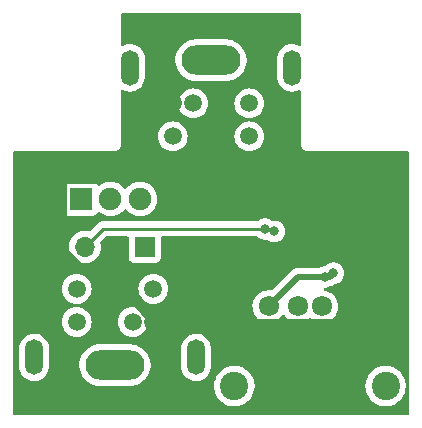
<source format=gbr>
%TF.GenerationSoftware,KiCad,Pcbnew,(6.0.6-0)*%
%TF.CreationDate,2022-10-23T05:24:33+09:00*%
%TF.ProjectId,KU88,4b553838-2e6b-4696-9361-645f70636258,rev?*%
%TF.SameCoordinates,Original*%
%TF.FileFunction,Copper,L2,Bot*%
%TF.FilePolarity,Positive*%
%FSLAX46Y46*%
G04 Gerber Fmt 4.6, Leading zero omitted, Abs format (unit mm)*
G04 Created by KiCad (PCBNEW (6.0.6-0)) date 2022-10-23 05:24:33*
%MOMM*%
%LPD*%
G01*
G04 APERTURE LIST*
%TA.AperFunction,ComponentPad*%
%ADD10R,1.900000X1.900000*%
%TD*%
%TA.AperFunction,ComponentPad*%
%ADD11C,1.900000*%
%TD*%
%TA.AperFunction,ComponentPad*%
%ADD12C,1.720000*%
%TD*%
%TA.AperFunction,ComponentPad*%
%ADD13C,2.400000*%
%TD*%
%TA.AperFunction,ComponentPad*%
%ADD14O,1.700000X1.700000*%
%TD*%
%TA.AperFunction,ComponentPad*%
%ADD15R,1.700000X1.700000*%
%TD*%
%TA.AperFunction,ComponentPad*%
%ADD16O,1.500000X3.000000*%
%TD*%
%TA.AperFunction,ComponentPad*%
%ADD17O,5.000000X2.500000*%
%TD*%
%TA.AperFunction,ComponentPad*%
%ADD18C,1.500000*%
%TD*%
%TA.AperFunction,ViaPad*%
%ADD19C,0.800000*%
%TD*%
%TA.AperFunction,Conductor*%
%ADD20C,0.250000*%
%TD*%
%TA.AperFunction,Conductor*%
%ADD21C,0.500000*%
%TD*%
G04 APERTURE END LIST*
D10*
%TO.P,SW1,1,A*%
%TO.N,/RXD1*%
X103792000Y-131572000D03*
D11*
%TO.P,SW1,2,B*%
%TO.N,/RXD*%
X106292000Y-131572000D03*
%TO.P,SW1,3,C*%
%TO.N,/RX1*%
X108792000Y-131572000D03*
%TD*%
D12*
%TO.P,J4,1,VBUS*%
%TO.N,+5V*%
X119690000Y-140675000D03*
%TO.P,J4,2,D-*%
%TO.N,/D-*%
X122190000Y-140675000D03*
%TO.P,J4,3,D+*%
%TO.N,/D+*%
X124190000Y-140675000D03*
%TO.P,J4,4,GND*%
%TO.N,GND*%
X126690000Y-140675000D03*
D13*
%TO.P,J4,SH*%
%TO.N,N/C*%
X116790000Y-147425000D03*
X129590000Y-147425000D03*
%TD*%
D14*
%TO.P,J3,3,Pin_3*%
%TO.N,/TX*%
X104125000Y-135636000D03*
%TO.P,J3,2,Pin_2*%
%TO.N,GND*%
X106665000Y-135636000D03*
D15*
%TO.P,J3,1,Pin_1*%
%TO.N,/BOOT*%
X109205000Y-135636000D03*
%TD*%
D16*
%TO.P,J2,*%
%TO.N,*%
X113530000Y-144995000D03*
D17*
X106680000Y-145645000D03*
D16*
X99830000Y-144995000D03*
D18*
%TO.P,J2,1*%
%TO.N,+5V*%
X108180000Y-141995000D03*
%TO.P,J2,2*%
%TO.N,GND*%
X109930000Y-141995000D03*
%TO.P,J2,3*%
%TO.N,/RXD1*%
X103430000Y-141995000D03*
%TO.P,J2,4*%
%TO.N,unconnected-(J2-Pad4)*%
X109930000Y-139195000D03*
%TO.P,J2,5*%
%TO.N,unconnected-(J2-Pad5)*%
X103430000Y-139195000D03*
%TD*%
D16*
%TO.P,J1,*%
%TO.N,*%
X107958000Y-120480000D03*
D17*
X114808000Y-119830000D03*
D16*
X121658000Y-120480000D03*
D18*
%TO.P,J1,1*%
%TO.N,+5V*%
X113308000Y-123480000D03*
%TO.P,J1,2*%
%TO.N,GND*%
X111558000Y-123480000D03*
%TO.P,J1,3*%
%TO.N,/RXD*%
X118058000Y-123480000D03*
%TO.P,J1,4*%
%TO.N,unconnected-(J1-Pad4)*%
X111558000Y-126280000D03*
%TO.P,J1,5*%
%TO.N,unconnected-(J1-Pad5)*%
X118058000Y-126280000D03*
%TD*%
D19*
%TO.N,/TX*%
X120179332Y-134328668D03*
X119380000Y-134112000D03*
%TO.N,+5V*%
X125165500Y-137865500D03*
X124460000Y-138176000D03*
%TD*%
D20*
%TO.N,/TX*%
X119380000Y-134112000D02*
X105649000Y-134112000D01*
X105649000Y-134112000D02*
X104125000Y-135636000D01*
X119380000Y-134112000D02*
X119962664Y-134112000D01*
X119962664Y-134112000D02*
X120179332Y-134328668D01*
D21*
%TO.N,GND*%
X111558000Y-123480000D02*
X104990000Y-130048000D01*
X102392000Y-135920000D02*
X104140000Y-137668000D01*
X104990000Y-130048000D02*
X102516000Y-130048000D01*
X102392000Y-130172000D02*
X102392000Y-135920000D01*
X102516000Y-130048000D02*
X102392000Y-130172000D01*
X104140000Y-137668000D02*
X104633000Y-137668000D01*
X104633000Y-137668000D02*
X106665000Y-135636000D01*
%TO.N,+5V*%
X124460000Y-138176000D02*
X124855000Y-138176000D01*
X124855000Y-138176000D02*
X125165500Y-137865500D01*
X119690000Y-140675000D02*
X122189000Y-138176000D01*
X122189000Y-138176000D02*
X124460000Y-138176000D01*
%TO.N,GND*%
X109930000Y-141995000D02*
X125370000Y-141995000D01*
X125370000Y-141995000D02*
X126690000Y-140675000D01*
X106665000Y-135636000D02*
X106665000Y-138730000D01*
X106665000Y-138730000D02*
X109930000Y-141995000D01*
%TD*%
%TA.AperFunction,Conductor*%
%TO.N,GND*%
G36*
X122369621Y-115844502D02*
G01*
X122416114Y-115898158D01*
X122427500Y-115950500D01*
X122427500Y-118500364D01*
X122407498Y-118568485D01*
X122353842Y-118614978D01*
X122283568Y-118625082D01*
X122250855Y-118615737D01*
X122066180Y-118534670D01*
X122066167Y-118534665D01*
X122061033Y-118532412D01*
X122055582Y-118531103D01*
X122055578Y-118531102D01*
X121848046Y-118481278D01*
X121848045Y-118481278D01*
X121842589Y-118479968D01*
X121758525Y-118475121D01*
X121623917Y-118467360D01*
X121623914Y-118467360D01*
X121618310Y-118467037D01*
X121395285Y-118494025D01*
X121180565Y-118560082D01*
X121175585Y-118562652D01*
X121175581Y-118562654D01*
X120985919Y-118660546D01*
X120980936Y-118663118D01*
X120802708Y-118799877D01*
X120651515Y-118966036D01*
X120648537Y-118970783D01*
X120648535Y-118970786D01*
X120643183Y-118979318D01*
X120532136Y-119156344D01*
X120448344Y-119364783D01*
X120402787Y-119584767D01*
X120399500Y-119641775D01*
X120399500Y-121286999D01*
X120399749Y-121289786D01*
X120399749Y-121289792D01*
X120406009Y-121359929D01*
X120414383Y-121453762D01*
X120415864Y-121459176D01*
X120415865Y-121459181D01*
X120445392Y-121567110D01*
X120473663Y-121670451D01*
X120570378Y-121873218D01*
X120701471Y-122055654D01*
X120862799Y-122211992D01*
X121049262Y-122337290D01*
X121254967Y-122427588D01*
X121260418Y-122428897D01*
X121260422Y-122428898D01*
X121467954Y-122478722D01*
X121473411Y-122480032D01*
X121557475Y-122484879D01*
X121692083Y-122492640D01*
X121692086Y-122492640D01*
X121697690Y-122492963D01*
X121920715Y-122465975D01*
X122135435Y-122399918D01*
X122140415Y-122397348D01*
X122140419Y-122397346D01*
X122241794Y-122345022D01*
X122243711Y-122344033D01*
X122313417Y-122330564D01*
X122379341Y-122356919D01*
X122420550Y-122414732D01*
X122427500Y-122455999D01*
X122427500Y-126991377D01*
X122427498Y-126992147D01*
X122427024Y-127069721D01*
X122429491Y-127078352D01*
X122435150Y-127098153D01*
X122438728Y-127114915D01*
X122442920Y-127144187D01*
X122446634Y-127152355D01*
X122446634Y-127152356D01*
X122453548Y-127167562D01*
X122459996Y-127185086D01*
X122467051Y-127209771D01*
X122471843Y-127217365D01*
X122471844Y-127217368D01*
X122482830Y-127234780D01*
X122490969Y-127249863D01*
X122503208Y-127276782D01*
X122509069Y-127283584D01*
X122519970Y-127296235D01*
X122531073Y-127311239D01*
X122544776Y-127332958D01*
X122551501Y-127338897D01*
X122551504Y-127338901D01*
X122566938Y-127352532D01*
X122578982Y-127364724D01*
X122592427Y-127380327D01*
X122592430Y-127380329D01*
X122598287Y-127387127D01*
X122605816Y-127392007D01*
X122605817Y-127392008D01*
X122619835Y-127401094D01*
X122634709Y-127412385D01*
X122647217Y-127423431D01*
X122653951Y-127429378D01*
X122680711Y-127441942D01*
X122695691Y-127450263D01*
X122712983Y-127461471D01*
X122712988Y-127461473D01*
X122720515Y-127466352D01*
X122729108Y-127468922D01*
X122729113Y-127468924D01*
X122745120Y-127473711D01*
X122762564Y-127480372D01*
X122777676Y-127487467D01*
X122777678Y-127487468D01*
X122785800Y-127491281D01*
X122794667Y-127492662D01*
X122794668Y-127492662D01*
X122797353Y-127493080D01*
X122815017Y-127495830D01*
X122831732Y-127499613D01*
X122851466Y-127505515D01*
X122851472Y-127505516D01*
X122860066Y-127508086D01*
X122869037Y-127508141D01*
X122869038Y-127508141D01*
X122879097Y-127508202D01*
X122894506Y-127508296D01*
X122895289Y-127508329D01*
X122896386Y-127508500D01*
X122927377Y-127508500D01*
X122928147Y-127508502D01*
X123001785Y-127508952D01*
X123001786Y-127508952D01*
X123005721Y-127508976D01*
X123007065Y-127508592D01*
X123008410Y-127508500D01*
X131445500Y-127508500D01*
X131513621Y-127528502D01*
X131560114Y-127582158D01*
X131571500Y-127634500D01*
X131571500Y-149733500D01*
X131551498Y-149801621D01*
X131497842Y-149848114D01*
X131445500Y-149859500D01*
X98170500Y-149859500D01*
X98102379Y-149839498D01*
X98055886Y-149785842D01*
X98044500Y-149733500D01*
X98044500Y-145801999D01*
X98571500Y-145801999D01*
X98571749Y-145804786D01*
X98571749Y-145804792D01*
X98574576Y-145836464D01*
X98586383Y-145968762D01*
X98587864Y-145974176D01*
X98587865Y-145974181D01*
X98613770Y-146068872D01*
X98645663Y-146185451D01*
X98648075Y-146190509D01*
X98648077Y-146190513D01*
X98686556Y-146271185D01*
X98742378Y-146388218D01*
X98873471Y-146570654D01*
X98877503Y-146574561D01*
X99029649Y-146722001D01*
X99034799Y-146726992D01*
X99221262Y-146852290D01*
X99426967Y-146942588D01*
X99432418Y-146943897D01*
X99432422Y-146943898D01*
X99639954Y-146993722D01*
X99645411Y-146995032D01*
X99729475Y-146999879D01*
X99864083Y-147007640D01*
X99864086Y-147007640D01*
X99869690Y-147007963D01*
X100092715Y-146980975D01*
X100307435Y-146914918D01*
X100312415Y-146912348D01*
X100312419Y-146912346D01*
X100502081Y-146814454D01*
X100502082Y-146814454D01*
X100507064Y-146811882D01*
X100685292Y-146675123D01*
X100836485Y-146508964D01*
X100842154Y-146499928D01*
X100952885Y-146323405D01*
X100955864Y-146318656D01*
X101039656Y-146110217D01*
X101085213Y-145890233D01*
X101088500Y-145833225D01*
X101088500Y-145752655D01*
X103669858Y-145752655D01*
X103705104Y-146011638D01*
X103706412Y-146016124D01*
X103706412Y-146016126D01*
X103720130Y-146063189D01*
X103778243Y-146262567D01*
X103887668Y-146499928D01*
X103911197Y-146535816D01*
X104028410Y-146714596D01*
X104028414Y-146714601D01*
X104030976Y-146718509D01*
X104205018Y-146913506D01*
X104405970Y-147080637D01*
X104409973Y-147083066D01*
X104625422Y-147213804D01*
X104625426Y-147213806D01*
X104629419Y-147216229D01*
X104870455Y-147317303D01*
X105123783Y-147381641D01*
X105128434Y-147382109D01*
X105128438Y-147382110D01*
X105321308Y-147401531D01*
X105340867Y-147403500D01*
X107996354Y-147403500D01*
X107998679Y-147403327D01*
X107998685Y-147403327D01*
X108186000Y-147389407D01*
X108186004Y-147389406D01*
X108190652Y-147389061D01*
X108195200Y-147388032D01*
X108195206Y-147388031D01*
X108230030Y-147380151D01*
X115077296Y-147380151D01*
X115077520Y-147384817D01*
X115077520Y-147384822D01*
X115079299Y-147421851D01*
X115089480Y-147633798D01*
X115139021Y-147882857D01*
X115140600Y-147887255D01*
X115140602Y-147887262D01*
X115185022Y-148010980D01*
X115224831Y-148121858D01*
X115345025Y-148345551D01*
X115347820Y-148349294D01*
X115347822Y-148349297D01*
X115494171Y-148545282D01*
X115494176Y-148545288D01*
X115496963Y-148549020D01*
X115500272Y-148552300D01*
X115500277Y-148552306D01*
X115598859Y-148650031D01*
X115677307Y-148727797D01*
X115681069Y-148730555D01*
X115681072Y-148730558D01*
X115786764Y-148808054D01*
X115882094Y-148877953D01*
X115886229Y-148880129D01*
X115886233Y-148880131D01*
X116004289Y-148942243D01*
X116106827Y-148996191D01*
X116346568Y-149079912D01*
X116596050Y-149127278D01*
X116716532Y-149132011D01*
X116845125Y-149137064D01*
X116845130Y-149137064D01*
X116849793Y-149137247D01*
X116948774Y-149126407D01*
X117097569Y-149110112D01*
X117097575Y-149110111D01*
X117102222Y-149109602D01*
X117211680Y-149080784D01*
X117343273Y-149046138D01*
X117347793Y-149044948D01*
X117466353Y-148994011D01*
X117576807Y-148946557D01*
X117576810Y-148946555D01*
X117581110Y-148944708D01*
X117585090Y-148942245D01*
X117585094Y-148942243D01*
X117793064Y-148813547D01*
X117793066Y-148813545D01*
X117797047Y-148811082D01*
X117895428Y-148727797D01*
X117987289Y-148650031D01*
X117987291Y-148650029D01*
X117990862Y-148647006D01*
X118158295Y-148456084D01*
X118295669Y-148242512D01*
X118399967Y-148010980D01*
X118468896Y-147766575D01*
X118500943Y-147514667D01*
X118503291Y-147425000D01*
X118499958Y-147380151D01*
X127877296Y-147380151D01*
X127877520Y-147384817D01*
X127877520Y-147384822D01*
X127879299Y-147421851D01*
X127889480Y-147633798D01*
X127939021Y-147882857D01*
X127940600Y-147887255D01*
X127940602Y-147887262D01*
X127985022Y-148010980D01*
X128024831Y-148121858D01*
X128145025Y-148345551D01*
X128147820Y-148349294D01*
X128147822Y-148349297D01*
X128294171Y-148545282D01*
X128294176Y-148545288D01*
X128296963Y-148549020D01*
X128300272Y-148552300D01*
X128300277Y-148552306D01*
X128398859Y-148650031D01*
X128477307Y-148727797D01*
X128481069Y-148730555D01*
X128481072Y-148730558D01*
X128586764Y-148808054D01*
X128682094Y-148877953D01*
X128686229Y-148880129D01*
X128686233Y-148880131D01*
X128804289Y-148942243D01*
X128906827Y-148996191D01*
X129146568Y-149079912D01*
X129396050Y-149127278D01*
X129516532Y-149132011D01*
X129645125Y-149137064D01*
X129645130Y-149137064D01*
X129649793Y-149137247D01*
X129748774Y-149126407D01*
X129897569Y-149110112D01*
X129897575Y-149110111D01*
X129902222Y-149109602D01*
X130011680Y-149080784D01*
X130143273Y-149046138D01*
X130147793Y-149044948D01*
X130266353Y-148994011D01*
X130376807Y-148946557D01*
X130376810Y-148946555D01*
X130381110Y-148944708D01*
X130385090Y-148942245D01*
X130385094Y-148942243D01*
X130593064Y-148813547D01*
X130593066Y-148813545D01*
X130597047Y-148811082D01*
X130695428Y-148727797D01*
X130787289Y-148650031D01*
X130787291Y-148650029D01*
X130790862Y-148647006D01*
X130958295Y-148456084D01*
X131095669Y-148242512D01*
X131199967Y-148010980D01*
X131268896Y-147766575D01*
X131300943Y-147514667D01*
X131303291Y-147425000D01*
X131295288Y-147317303D01*
X131284818Y-147176411D01*
X131284817Y-147176407D01*
X131284472Y-147171759D01*
X131269808Y-147106951D01*
X131233847Y-146948029D01*
X131228428Y-146924082D01*
X131162584Y-146754763D01*
X131138084Y-146691762D01*
X131138083Y-146691760D01*
X131136391Y-146687409D01*
X131115866Y-146651498D01*
X131012702Y-146470997D01*
X131012700Y-146470995D01*
X131010383Y-146466940D01*
X130853171Y-146267517D01*
X130691498Y-146115431D01*
X130671610Y-146096722D01*
X130671608Y-146096720D01*
X130668209Y-146093523D01*
X130608413Y-146052041D01*
X130463393Y-145951437D01*
X130463390Y-145951435D01*
X130459561Y-145948779D01*
X130455384Y-145946719D01*
X130455377Y-145946715D01*
X130235996Y-145838528D01*
X130235992Y-145838527D01*
X130231810Y-145836464D01*
X129989960Y-145759047D01*
X129985355Y-145758297D01*
X129743935Y-145718980D01*
X129743934Y-145718980D01*
X129739323Y-145718229D01*
X129612364Y-145716567D01*
X129490083Y-145714966D01*
X129490080Y-145714966D01*
X129485406Y-145714905D01*
X129233787Y-145749149D01*
X129229301Y-145750457D01*
X129229299Y-145750457D01*
X129202401Y-145758297D01*
X128989993Y-145820208D01*
X128985740Y-145822168D01*
X128985739Y-145822169D01*
X128954731Y-145836464D01*
X128759380Y-145926522D01*
X128755471Y-145929085D01*
X128550928Y-146063189D01*
X128550923Y-146063193D01*
X128547015Y-146065755D01*
X128357562Y-146234848D01*
X128195183Y-146430087D01*
X128063447Y-146647182D01*
X128061638Y-146651496D01*
X128061637Y-146651498D01*
X127994383Y-146811882D01*
X127965246Y-146881365D01*
X127964095Y-146885897D01*
X127964094Y-146885900D01*
X127949050Y-146945138D01*
X127902738Y-147127490D01*
X127877296Y-147380151D01*
X118499958Y-147380151D01*
X118495288Y-147317303D01*
X118484818Y-147176411D01*
X118484817Y-147176407D01*
X118484472Y-147171759D01*
X118469808Y-147106951D01*
X118433847Y-146948029D01*
X118428428Y-146924082D01*
X118362584Y-146754763D01*
X118338084Y-146691762D01*
X118338083Y-146691760D01*
X118336391Y-146687409D01*
X118315866Y-146651498D01*
X118212702Y-146470997D01*
X118212700Y-146470995D01*
X118210383Y-146466940D01*
X118053171Y-146267517D01*
X117891498Y-146115431D01*
X117871610Y-146096722D01*
X117871608Y-146096720D01*
X117868209Y-146093523D01*
X117808413Y-146052041D01*
X117663393Y-145951437D01*
X117663390Y-145951435D01*
X117659561Y-145948779D01*
X117655384Y-145946719D01*
X117655377Y-145946715D01*
X117435996Y-145838528D01*
X117435992Y-145838527D01*
X117431810Y-145836464D01*
X117189960Y-145759047D01*
X117185355Y-145758297D01*
X116943935Y-145718980D01*
X116943934Y-145718980D01*
X116939323Y-145718229D01*
X116812364Y-145716567D01*
X116690083Y-145714966D01*
X116690080Y-145714966D01*
X116685406Y-145714905D01*
X116433787Y-145749149D01*
X116429301Y-145750457D01*
X116429299Y-145750457D01*
X116402401Y-145758297D01*
X116189993Y-145820208D01*
X116185740Y-145822168D01*
X116185739Y-145822169D01*
X116154731Y-145836464D01*
X115959380Y-145926522D01*
X115955471Y-145929085D01*
X115750928Y-146063189D01*
X115750923Y-146063193D01*
X115747015Y-146065755D01*
X115557562Y-146234848D01*
X115395183Y-146430087D01*
X115263447Y-146647182D01*
X115261638Y-146651496D01*
X115261637Y-146651498D01*
X115194383Y-146811882D01*
X115165246Y-146881365D01*
X115164095Y-146885897D01*
X115164094Y-146885900D01*
X115149050Y-146945138D01*
X115102738Y-147127490D01*
X115077296Y-147380151D01*
X108230030Y-147380151D01*
X108381601Y-147345853D01*
X108445577Y-147331377D01*
X108481769Y-147317303D01*
X108684824Y-147238340D01*
X108684827Y-147238339D01*
X108689177Y-147236647D01*
X108916098Y-147106951D01*
X109121357Y-146945138D01*
X109300443Y-146754763D01*
X109428165Y-146570654D01*
X109446759Y-146543851D01*
X109446761Y-146543848D01*
X109449424Y-146540009D01*
X109485458Y-146466940D01*
X109562960Y-146309781D01*
X109562961Y-146309778D01*
X109565025Y-146305593D01*
X109578238Y-146264317D01*
X109643280Y-146061123D01*
X109644707Y-146056665D01*
X109686183Y-145801999D01*
X112271500Y-145801999D01*
X112271749Y-145804786D01*
X112271749Y-145804792D01*
X112274576Y-145836464D01*
X112286383Y-145968762D01*
X112287864Y-145974176D01*
X112287865Y-145974181D01*
X112313770Y-146068872D01*
X112345663Y-146185451D01*
X112348075Y-146190509D01*
X112348077Y-146190513D01*
X112386556Y-146271185D01*
X112442378Y-146388218D01*
X112573471Y-146570654D01*
X112577503Y-146574561D01*
X112729649Y-146722001D01*
X112734799Y-146726992D01*
X112921262Y-146852290D01*
X113126967Y-146942588D01*
X113132418Y-146943897D01*
X113132422Y-146943898D01*
X113339954Y-146993722D01*
X113345411Y-146995032D01*
X113429475Y-146999879D01*
X113564083Y-147007640D01*
X113564086Y-147007640D01*
X113569690Y-147007963D01*
X113792715Y-146980975D01*
X114007435Y-146914918D01*
X114012415Y-146912348D01*
X114012419Y-146912346D01*
X114202081Y-146814454D01*
X114202082Y-146814454D01*
X114207064Y-146811882D01*
X114385292Y-146675123D01*
X114536485Y-146508964D01*
X114542154Y-146499928D01*
X114652885Y-146323405D01*
X114655864Y-146318656D01*
X114739656Y-146110217D01*
X114785213Y-145890233D01*
X114788500Y-145833225D01*
X114788500Y-144188001D01*
X114785551Y-144154952D01*
X114774116Y-144026833D01*
X114773617Y-144021238D01*
X114760024Y-143971548D01*
X114715817Y-143809960D01*
X114714337Y-143804549D01*
X114617622Y-143601782D01*
X114486529Y-143419346D01*
X114325201Y-143263008D01*
X114138738Y-143137710D01*
X113933033Y-143047412D01*
X113927582Y-143046103D01*
X113927578Y-143046102D01*
X113720046Y-142996278D01*
X113720045Y-142996278D01*
X113714589Y-142994968D01*
X113630525Y-142990121D01*
X113495917Y-142982360D01*
X113495914Y-142982360D01*
X113490310Y-142982037D01*
X113267285Y-143009025D01*
X113052565Y-143075082D01*
X113047585Y-143077652D01*
X113047581Y-143077654D01*
X112857919Y-143175546D01*
X112852936Y-143178118D01*
X112674708Y-143314877D01*
X112523515Y-143481036D01*
X112404136Y-143671344D01*
X112320344Y-143879783D01*
X112274787Y-144099767D01*
X112271500Y-144156775D01*
X112271500Y-145801999D01*
X109686183Y-145801999D01*
X109686721Y-145798693D01*
X109690142Y-145537345D01*
X109654896Y-145278362D01*
X109640473Y-145228877D01*
X109583068Y-145031932D01*
X109581757Y-145027433D01*
X109472332Y-144790072D01*
X109439519Y-144740024D01*
X109331590Y-144575404D01*
X109331586Y-144575399D01*
X109329024Y-144571491D01*
X109154982Y-144376494D01*
X108954030Y-144209363D01*
X108906844Y-144180730D01*
X108734578Y-144076196D01*
X108734574Y-144076194D01*
X108730581Y-144073771D01*
X108489545Y-143972697D01*
X108236217Y-143908359D01*
X108231566Y-143907891D01*
X108231562Y-143907890D01*
X108022271Y-143886816D01*
X108019133Y-143886500D01*
X105363646Y-143886500D01*
X105361321Y-143886673D01*
X105361315Y-143886673D01*
X105174000Y-143900593D01*
X105173996Y-143900594D01*
X105169348Y-143900939D01*
X105164800Y-143901968D01*
X105164794Y-143901969D01*
X104978399Y-143944147D01*
X104914423Y-143958623D01*
X104910071Y-143960315D01*
X104910069Y-143960316D01*
X104675176Y-144051660D01*
X104675173Y-144051661D01*
X104670823Y-144053353D01*
X104443902Y-144183049D01*
X104238643Y-144344862D01*
X104059557Y-144535237D01*
X103910576Y-144749991D01*
X103794975Y-144984407D01*
X103715293Y-145233335D01*
X103673279Y-145491307D01*
X103673218Y-145495980D01*
X103670309Y-145718229D01*
X103669858Y-145752655D01*
X101088500Y-145752655D01*
X101088500Y-144188001D01*
X101085551Y-144154952D01*
X101074116Y-144026833D01*
X101073617Y-144021238D01*
X101060024Y-143971548D01*
X101015817Y-143809960D01*
X101014337Y-143804549D01*
X100917622Y-143601782D01*
X100786529Y-143419346D01*
X100625201Y-143263008D01*
X100438738Y-143137710D01*
X100233033Y-143047412D01*
X100227582Y-143046103D01*
X100227578Y-143046102D01*
X100020046Y-142996278D01*
X100020045Y-142996278D01*
X100014589Y-142994968D01*
X99930525Y-142990121D01*
X99795917Y-142982360D01*
X99795914Y-142982360D01*
X99790310Y-142982037D01*
X99567285Y-143009025D01*
X99352565Y-143075082D01*
X99347585Y-143077652D01*
X99347581Y-143077654D01*
X99157919Y-143175546D01*
X99152936Y-143178118D01*
X98974708Y-143314877D01*
X98823515Y-143481036D01*
X98704136Y-143671344D01*
X98620344Y-143879783D01*
X98574787Y-144099767D01*
X98571500Y-144156775D01*
X98571500Y-145801999D01*
X98044500Y-145801999D01*
X98044500Y-141995000D01*
X102166693Y-141995000D01*
X102185885Y-142214371D01*
X102242880Y-142427076D01*
X102245205Y-142432061D01*
X102333618Y-142621666D01*
X102333621Y-142621671D01*
X102335944Y-142626653D01*
X102462251Y-142807038D01*
X102617962Y-142962749D01*
X102622471Y-142965906D01*
X102622473Y-142965908D01*
X102686407Y-143010675D01*
X102798346Y-143089056D01*
X102997924Y-143182120D01*
X103210629Y-143239115D01*
X103430000Y-143258307D01*
X103649371Y-143239115D01*
X103862076Y-143182120D01*
X104061654Y-143089056D01*
X104173593Y-143010675D01*
X104237527Y-142965908D01*
X104237529Y-142965906D01*
X104242038Y-142962749D01*
X104397749Y-142807038D01*
X104524056Y-142626653D01*
X104526379Y-142621671D01*
X104526382Y-142621666D01*
X104614795Y-142432061D01*
X104617120Y-142427076D01*
X104674115Y-142214371D01*
X104693307Y-141995000D01*
X106916693Y-141995000D01*
X106935885Y-142214371D01*
X106992880Y-142427076D01*
X106995205Y-142432061D01*
X107083618Y-142621666D01*
X107083621Y-142621671D01*
X107085944Y-142626653D01*
X107212251Y-142807038D01*
X107367962Y-142962749D01*
X107372471Y-142965906D01*
X107372473Y-142965908D01*
X107436407Y-143010675D01*
X107548346Y-143089056D01*
X107747924Y-143182120D01*
X107960629Y-143239115D01*
X108180000Y-143258307D01*
X108399371Y-143239115D01*
X108612076Y-143182120D01*
X108811654Y-143089056D01*
X108923593Y-143010675D01*
X108987527Y-142965908D01*
X108987529Y-142965906D01*
X108992038Y-142962749D01*
X109147749Y-142807038D01*
X109274056Y-142626653D01*
X109276379Y-142621671D01*
X109276382Y-142621666D01*
X109364795Y-142432061D01*
X109367120Y-142427076D01*
X109424115Y-142214371D01*
X109443307Y-141995000D01*
X109424115Y-141775629D01*
X109367120Y-141562924D01*
X109305297Y-141430344D01*
X109276382Y-141368334D01*
X109276379Y-141368329D01*
X109274056Y-141363347D01*
X109228681Y-141298545D01*
X109150908Y-141187473D01*
X109150906Y-141187470D01*
X109147749Y-141182962D01*
X108992038Y-141027251D01*
X108811654Y-140900944D01*
X108612076Y-140807880D01*
X108399371Y-140750885D01*
X108180000Y-140731693D01*
X107960629Y-140750885D01*
X107747924Y-140807880D01*
X107654562Y-140851415D01*
X107553334Y-140898618D01*
X107553329Y-140898621D01*
X107548347Y-140900944D01*
X107543840Y-140904100D01*
X107543838Y-140904101D01*
X107372473Y-141024092D01*
X107372470Y-141024094D01*
X107367962Y-141027251D01*
X107212251Y-141182962D01*
X107209094Y-141187470D01*
X107209092Y-141187473D01*
X107131319Y-141298545D01*
X107085944Y-141363347D01*
X107083621Y-141368329D01*
X107083618Y-141368334D01*
X107054703Y-141430344D01*
X106992880Y-141562924D01*
X106935885Y-141775629D01*
X106916693Y-141995000D01*
X104693307Y-141995000D01*
X104674115Y-141775629D01*
X104617120Y-141562924D01*
X104555297Y-141430344D01*
X104526382Y-141368334D01*
X104526379Y-141368329D01*
X104524056Y-141363347D01*
X104478681Y-141298545D01*
X104400908Y-141187473D01*
X104400906Y-141187470D01*
X104397749Y-141182962D01*
X104242038Y-141027251D01*
X104061654Y-140900944D01*
X103862076Y-140807880D01*
X103649371Y-140750885D01*
X103430000Y-140731693D01*
X103210629Y-140750885D01*
X102997924Y-140807880D01*
X102904562Y-140851415D01*
X102803334Y-140898618D01*
X102803329Y-140898621D01*
X102798347Y-140900944D01*
X102793840Y-140904100D01*
X102793838Y-140904101D01*
X102622473Y-141024092D01*
X102622470Y-141024094D01*
X102617962Y-141027251D01*
X102462251Y-141182962D01*
X102459094Y-141187470D01*
X102459092Y-141187473D01*
X102381319Y-141298545D01*
X102335944Y-141363347D01*
X102333621Y-141368329D01*
X102333618Y-141368334D01*
X102304703Y-141430344D01*
X102242880Y-141562924D01*
X102185885Y-141775629D01*
X102166693Y-141995000D01*
X98044500Y-141995000D01*
X98044500Y-140641450D01*
X118317220Y-140641450D01*
X118317517Y-140646602D01*
X118317517Y-140646606D01*
X118322423Y-140731693D01*
X118330174Y-140866111D01*
X118331311Y-140871157D01*
X118331312Y-140871163D01*
X118337500Y-140898619D01*
X118379647Y-141085640D01*
X118381589Y-141090422D01*
X118381590Y-141090426D01*
X118418167Y-141180505D01*
X118464310Y-141294141D01*
X118581890Y-141486014D01*
X118729229Y-141656107D01*
X118902371Y-141799851D01*
X118906827Y-141802455D01*
X118906830Y-141802457D01*
X118990783Y-141851515D01*
X119096664Y-141913387D01*
X119306892Y-141993666D01*
X119311958Y-141994697D01*
X119311959Y-141994697D01*
X119410265Y-142014697D01*
X119527409Y-142038530D01*
X119654302Y-142043183D01*
X119747128Y-142046587D01*
X119747132Y-142046587D01*
X119752292Y-142046776D01*
X119757413Y-142046120D01*
X119757414Y-142046120D01*
X119824705Y-142037500D01*
X119975502Y-142018183D01*
X119980450Y-142016698D01*
X119980457Y-142016697D01*
X120105101Y-141979302D01*
X120191045Y-141953517D01*
X120272960Y-141913387D01*
X120388489Y-141856790D01*
X120388493Y-141856788D01*
X120393132Y-141854515D01*
X120576336Y-141723837D01*
X120601688Y-141698574D01*
X120732076Y-141568640D01*
X120735737Y-141564992D01*
X120738753Y-141560795D01*
X120738760Y-141560787D01*
X120838020Y-141422652D01*
X120894014Y-141379004D01*
X120964718Y-141372558D01*
X121027682Y-141405361D01*
X121047775Y-141430344D01*
X121079189Y-141481608D01*
X121079193Y-141481613D01*
X121081890Y-141486014D01*
X121229229Y-141656107D01*
X121402371Y-141799851D01*
X121406827Y-141802455D01*
X121406830Y-141802457D01*
X121490783Y-141851515D01*
X121596664Y-141913387D01*
X121806892Y-141993666D01*
X121811958Y-141994697D01*
X121811959Y-141994697D01*
X121910265Y-142014697D01*
X122027409Y-142038530D01*
X122154302Y-142043183D01*
X122247128Y-142046587D01*
X122247132Y-142046587D01*
X122252292Y-142046776D01*
X122257413Y-142046120D01*
X122257414Y-142046120D01*
X122324705Y-142037500D01*
X122475502Y-142018183D01*
X122480450Y-142016698D01*
X122480457Y-142016697D01*
X122605101Y-141979302D01*
X122691045Y-141953517D01*
X122772960Y-141913387D01*
X122888489Y-141856790D01*
X122888493Y-141856788D01*
X122893132Y-141854515D01*
X123076336Y-141723837D01*
X123079995Y-141720191D01*
X123080001Y-141720186D01*
X123101688Y-141698574D01*
X123164059Y-141664657D01*
X123234866Y-141669845D01*
X123271112Y-141690879D01*
X123402371Y-141799851D01*
X123406827Y-141802455D01*
X123406830Y-141802457D01*
X123490783Y-141851515D01*
X123596664Y-141913387D01*
X123806892Y-141993666D01*
X123811958Y-141994697D01*
X123811959Y-141994697D01*
X123910265Y-142014697D01*
X124027409Y-142038530D01*
X124154302Y-142043183D01*
X124247128Y-142046587D01*
X124247132Y-142046587D01*
X124252292Y-142046776D01*
X124257413Y-142046120D01*
X124257414Y-142046120D01*
X124324705Y-142037500D01*
X124475502Y-142018183D01*
X124480450Y-142016698D01*
X124480457Y-142016697D01*
X124605101Y-141979302D01*
X124691045Y-141953517D01*
X124772960Y-141913387D01*
X124888489Y-141856790D01*
X124888493Y-141856788D01*
X124893132Y-141854515D01*
X125076336Y-141723837D01*
X125101688Y-141698574D01*
X125232076Y-141568640D01*
X125235737Y-141564992D01*
X125367054Y-141382245D01*
X125373930Y-141368334D01*
X125464466Y-141185147D01*
X125464467Y-141185145D01*
X125466760Y-141180505D01*
X125532178Y-140965189D01*
X125532853Y-140960063D01*
X125561114Y-140745401D01*
X125561114Y-140745397D01*
X125561551Y-140742080D01*
X125563190Y-140675000D01*
X125544751Y-140450722D01*
X125489929Y-140232468D01*
X125400197Y-140026098D01*
X125277964Y-139837155D01*
X125250603Y-139807085D01*
X125190024Y-139740510D01*
X125126513Y-139670712D01*
X125122462Y-139667513D01*
X125122458Y-139667509D01*
X124953967Y-139534443D01*
X124953963Y-139534441D01*
X124949912Y-139531241D01*
X124752902Y-139422486D01*
X124748033Y-139420762D01*
X124748029Y-139420760D01*
X124545651Y-139349094D01*
X124545647Y-139349093D01*
X124540776Y-139347368D01*
X124535683Y-139346461D01*
X124535680Y-139346460D01*
X124468800Y-139334547D01*
X124405242Y-139302909D01*
X124368879Y-139241932D01*
X124371256Y-139170975D01*
X124411617Y-139112567D01*
X124477149Y-139085252D01*
X124490896Y-139084500D01*
X124555487Y-139084500D01*
X124561939Y-139083128D01*
X124561944Y-139083128D01*
X124648888Y-139064647D01*
X124742288Y-139044794D01*
X124748319Y-139042109D01*
X124910724Y-138969802D01*
X124910725Y-138969801D01*
X124916752Y-138967118D01*
X124942962Y-138948075D01*
X124992337Y-138926453D01*
X124997339Y-138925454D01*
X125004637Y-138924860D01*
X125011603Y-138922603D01*
X125017560Y-138921413D01*
X125023415Y-138920029D01*
X125030681Y-138919182D01*
X125099327Y-138894265D01*
X125103455Y-138892848D01*
X125165936Y-138872607D01*
X125165938Y-138872606D01*
X125172899Y-138870351D01*
X125179154Y-138866555D01*
X125184628Y-138864049D01*
X125190058Y-138861330D01*
X125196937Y-138858833D01*
X125257976Y-138818814D01*
X125261680Y-138816477D01*
X125324107Y-138778595D01*
X125328316Y-138774878D01*
X125332833Y-138771554D01*
X125333840Y-138772923D01*
X125383356Y-138747989D01*
X125403710Y-138743663D01*
X125441330Y-138735667D01*
X125441333Y-138735666D01*
X125447788Y-138734294D01*
X125453819Y-138731609D01*
X125616222Y-138659303D01*
X125616224Y-138659302D01*
X125622252Y-138656618D01*
X125776753Y-138544366D01*
X125904540Y-138402444D01*
X126000027Y-138237056D01*
X126059042Y-138055428D01*
X126064040Y-138007880D01*
X126078314Y-137872065D01*
X126079004Y-137865500D01*
X126059042Y-137675572D01*
X126000027Y-137493944D01*
X125992929Y-137481649D01*
X125907841Y-137334274D01*
X125904540Y-137328556D01*
X125885317Y-137307206D01*
X125781175Y-137191545D01*
X125781174Y-137191544D01*
X125776753Y-137186634D01*
X125622252Y-137074382D01*
X125616224Y-137071698D01*
X125616222Y-137071697D01*
X125453819Y-136999391D01*
X125453818Y-136999391D01*
X125447788Y-136996706D01*
X125354388Y-136976853D01*
X125267444Y-136958372D01*
X125267439Y-136958372D01*
X125260987Y-136957000D01*
X125070013Y-136957000D01*
X125063561Y-136958372D01*
X125063556Y-136958372D01*
X124976612Y-136976853D01*
X124883212Y-136996706D01*
X124877182Y-136999391D01*
X124877181Y-136999391D01*
X124714778Y-137071697D01*
X124714776Y-137071698D01*
X124708748Y-137074382D01*
X124554247Y-137186634D01*
X124518971Y-137225812D01*
X124458528Y-137263050D01*
X124425337Y-137267500D01*
X124364513Y-137267500D01*
X124358061Y-137268872D01*
X124358056Y-137268872D01*
X124271112Y-137287353D01*
X124177712Y-137307206D01*
X124171682Y-137309891D01*
X124171681Y-137309891D01*
X124009278Y-137382197D01*
X124009276Y-137382198D01*
X124003248Y-137384882D01*
X123997909Y-137388761D01*
X123997902Y-137388765D01*
X123991472Y-137393437D01*
X123917413Y-137417500D01*
X122256070Y-137417500D01*
X122237120Y-137416067D01*
X122222885Y-137413901D01*
X122222881Y-137413901D01*
X122215651Y-137412801D01*
X122208359Y-137413394D01*
X122208356Y-137413394D01*
X122162982Y-137417085D01*
X122152767Y-137417500D01*
X122144707Y-137417500D01*
X122141073Y-137417924D01*
X122141067Y-137417924D01*
X122128042Y-137419443D01*
X122116480Y-137420791D01*
X122112132Y-137421221D01*
X122039364Y-137427140D01*
X122032403Y-137429395D01*
X122026463Y-137430582D01*
X122020588Y-137431971D01*
X122013319Y-137432818D01*
X121944670Y-137457736D01*
X121940542Y-137459153D01*
X121878064Y-137479393D01*
X121878062Y-137479394D01*
X121871101Y-137481649D01*
X121864846Y-137485445D01*
X121859372Y-137487951D01*
X121853942Y-137490670D01*
X121847063Y-137493167D01*
X121840943Y-137497180D01*
X121840942Y-137497180D01*
X121786024Y-137533186D01*
X121782320Y-137535523D01*
X121719893Y-137573405D01*
X121711516Y-137580803D01*
X121711492Y-137580776D01*
X121708500Y-137583429D01*
X121705267Y-137586132D01*
X121699148Y-137590144D01*
X121694116Y-137595456D01*
X121645872Y-137646383D01*
X121643494Y-137648825D01*
X120005918Y-139286401D01*
X119943606Y-139320427D01*
X119894728Y-139321353D01*
X119819229Y-139307904D01*
X119745588Y-139307004D01*
X119599381Y-139305218D01*
X119599379Y-139305218D01*
X119594211Y-139305155D01*
X119371766Y-139339194D01*
X119157867Y-139409107D01*
X118958260Y-139513016D01*
X118954127Y-139516119D01*
X118954124Y-139516121D01*
X118799706Y-139632061D01*
X118778303Y-139648131D01*
X118622831Y-139810824D01*
X118496018Y-139996724D01*
X118493844Y-140001407D01*
X118493842Y-140001411D01*
X118403450Y-140196145D01*
X118401271Y-140200840D01*
X118341133Y-140417690D01*
X118317220Y-140641450D01*
X98044500Y-140641450D01*
X98044500Y-139195000D01*
X102166693Y-139195000D01*
X102185885Y-139414371D01*
X102242880Y-139627076D01*
X102265103Y-139674733D01*
X102333618Y-139821666D01*
X102333621Y-139821671D01*
X102335944Y-139826653D01*
X102339100Y-139831160D01*
X102339101Y-139831162D01*
X102343298Y-139837155D01*
X102462251Y-140007038D01*
X102617962Y-140162749D01*
X102622471Y-140165906D01*
X102622473Y-140165908D01*
X102697241Y-140218261D01*
X102798346Y-140289056D01*
X102997924Y-140382120D01*
X103210629Y-140439115D01*
X103430000Y-140458307D01*
X103649371Y-140439115D01*
X103862076Y-140382120D01*
X104061654Y-140289056D01*
X104162759Y-140218261D01*
X104237527Y-140165908D01*
X104237529Y-140165906D01*
X104242038Y-140162749D01*
X104397749Y-140007038D01*
X104516703Y-139837155D01*
X104520899Y-139831162D01*
X104520900Y-139831160D01*
X104524056Y-139826653D01*
X104526379Y-139821671D01*
X104526382Y-139821666D01*
X104594897Y-139674733D01*
X104617120Y-139627076D01*
X104674115Y-139414371D01*
X104693307Y-139195000D01*
X108666693Y-139195000D01*
X108685885Y-139414371D01*
X108742880Y-139627076D01*
X108765103Y-139674733D01*
X108833618Y-139821666D01*
X108833621Y-139821671D01*
X108835944Y-139826653D01*
X108839100Y-139831160D01*
X108839101Y-139831162D01*
X108843298Y-139837155D01*
X108962251Y-140007038D01*
X109117962Y-140162749D01*
X109122471Y-140165906D01*
X109122473Y-140165908D01*
X109197241Y-140218261D01*
X109298346Y-140289056D01*
X109497924Y-140382120D01*
X109710629Y-140439115D01*
X109930000Y-140458307D01*
X110149371Y-140439115D01*
X110362076Y-140382120D01*
X110561654Y-140289056D01*
X110662759Y-140218261D01*
X110737527Y-140165908D01*
X110737529Y-140165906D01*
X110742038Y-140162749D01*
X110897749Y-140007038D01*
X111016703Y-139837155D01*
X111020899Y-139831162D01*
X111020900Y-139831160D01*
X111024056Y-139826653D01*
X111026379Y-139821671D01*
X111026382Y-139821666D01*
X111094897Y-139674733D01*
X111117120Y-139627076D01*
X111174115Y-139414371D01*
X111193307Y-139195000D01*
X111174115Y-138975629D01*
X111117120Y-138762924D01*
X111065739Y-138652737D01*
X111026382Y-138568334D01*
X111026379Y-138568329D01*
X111024056Y-138563347D01*
X111020899Y-138558838D01*
X110900908Y-138387473D01*
X110900906Y-138387470D01*
X110897749Y-138382962D01*
X110742038Y-138227251D01*
X110561654Y-138100944D01*
X110362076Y-138007880D01*
X110149371Y-137950885D01*
X109930000Y-137931693D01*
X109710629Y-137950885D01*
X109497924Y-138007880D01*
X109410031Y-138048865D01*
X109303334Y-138098618D01*
X109303329Y-138098621D01*
X109298347Y-138100944D01*
X109293840Y-138104100D01*
X109293838Y-138104101D01*
X109122473Y-138224092D01*
X109122470Y-138224094D01*
X109117962Y-138227251D01*
X108962251Y-138382962D01*
X108959094Y-138387470D01*
X108959092Y-138387473D01*
X108839101Y-138558838D01*
X108835944Y-138563347D01*
X108833621Y-138568329D01*
X108833618Y-138568334D01*
X108794261Y-138652737D01*
X108742880Y-138762924D01*
X108685885Y-138975629D01*
X108666693Y-139195000D01*
X104693307Y-139195000D01*
X104674115Y-138975629D01*
X104617120Y-138762924D01*
X104565739Y-138652737D01*
X104526382Y-138568334D01*
X104526379Y-138568329D01*
X104524056Y-138563347D01*
X104520899Y-138558838D01*
X104400908Y-138387473D01*
X104400906Y-138387470D01*
X104397749Y-138382962D01*
X104242038Y-138227251D01*
X104061654Y-138100944D01*
X103862076Y-138007880D01*
X103649371Y-137950885D01*
X103430000Y-137931693D01*
X103210629Y-137950885D01*
X102997924Y-138007880D01*
X102910031Y-138048865D01*
X102803334Y-138098618D01*
X102803329Y-138098621D01*
X102798347Y-138100944D01*
X102793840Y-138104100D01*
X102793838Y-138104101D01*
X102622473Y-138224092D01*
X102622470Y-138224094D01*
X102617962Y-138227251D01*
X102462251Y-138382962D01*
X102459094Y-138387470D01*
X102459092Y-138387473D01*
X102339101Y-138558838D01*
X102335944Y-138563347D01*
X102333621Y-138568329D01*
X102333618Y-138568334D01*
X102294261Y-138652737D01*
X102242880Y-138762924D01*
X102185885Y-138975629D01*
X102166693Y-139195000D01*
X98044500Y-139195000D01*
X98044500Y-135602695D01*
X102762251Y-135602695D01*
X102762548Y-135607848D01*
X102762548Y-135607851D01*
X102768011Y-135702590D01*
X102775110Y-135825715D01*
X102776247Y-135830761D01*
X102776248Y-135830767D01*
X102796119Y-135918939D01*
X102824222Y-136043639D01*
X102908266Y-136250616D01*
X103024987Y-136441088D01*
X103171250Y-136609938D01*
X103343126Y-136752632D01*
X103536000Y-136865338D01*
X103744692Y-136945030D01*
X103749760Y-136946061D01*
X103749763Y-136946062D01*
X103857017Y-136967883D01*
X103963597Y-136989567D01*
X103968772Y-136989757D01*
X103968774Y-136989757D01*
X104181673Y-136997564D01*
X104181677Y-136997564D01*
X104186837Y-136997753D01*
X104191957Y-136997097D01*
X104191959Y-136997097D01*
X104403288Y-136970025D01*
X104403289Y-136970025D01*
X104408416Y-136969368D01*
X104413366Y-136967883D01*
X104617429Y-136906661D01*
X104617434Y-136906659D01*
X104622384Y-136905174D01*
X104822994Y-136806896D01*
X105004860Y-136677173D01*
X105163096Y-136519489D01*
X105222594Y-136436689D01*
X105290435Y-136342277D01*
X105293453Y-136338077D01*
X105392430Y-136137811D01*
X105457370Y-135924069D01*
X105486529Y-135702590D01*
X105488156Y-135636000D01*
X105469852Y-135413361D01*
X105441821Y-135301765D01*
X105444625Y-135230823D01*
X105474930Y-135181974D01*
X105874499Y-134782405D01*
X105936811Y-134748379D01*
X105963594Y-134745500D01*
X107720500Y-134745500D01*
X107788621Y-134765502D01*
X107835114Y-134819158D01*
X107846500Y-134871500D01*
X107846500Y-136534134D01*
X107853255Y-136596316D01*
X107904385Y-136732705D01*
X107991739Y-136849261D01*
X108108295Y-136936615D01*
X108244684Y-136987745D01*
X108306866Y-136994500D01*
X110103134Y-136994500D01*
X110165316Y-136987745D01*
X110301705Y-136936615D01*
X110418261Y-136849261D01*
X110505615Y-136732705D01*
X110556745Y-136596316D01*
X110563500Y-136534134D01*
X110563500Y-134871500D01*
X110583502Y-134803379D01*
X110637158Y-134756886D01*
X110689500Y-134745500D01*
X118671800Y-134745500D01*
X118739921Y-134765502D01*
X118759147Y-134781843D01*
X118759420Y-134781540D01*
X118764332Y-134785963D01*
X118768747Y-134790866D01*
X118774086Y-134794745D01*
X118871626Y-134865612D01*
X118923248Y-134903118D01*
X118929276Y-134905802D01*
X118929278Y-134905803D01*
X119047416Y-134958401D01*
X119097712Y-134980794D01*
X119191112Y-135000647D01*
X119278056Y-135019128D01*
X119278061Y-135019128D01*
X119284513Y-135020500D01*
X119475487Y-135020500D01*
X119481941Y-135019128D01*
X119481952Y-135019127D01*
X119506056Y-135014003D01*
X119576846Y-135019404D01*
X119606312Y-135035312D01*
X119722580Y-135119786D01*
X119728608Y-135122470D01*
X119728610Y-135122471D01*
X119836030Y-135170297D01*
X119897044Y-135197462D01*
X119990444Y-135217315D01*
X120077388Y-135235796D01*
X120077393Y-135235796D01*
X120083845Y-135237168D01*
X120274819Y-135237168D01*
X120281271Y-135235796D01*
X120281276Y-135235796D01*
X120368220Y-135217315D01*
X120461620Y-135197462D01*
X120522634Y-135170297D01*
X120630054Y-135122471D01*
X120630056Y-135122470D01*
X120636084Y-135119786D01*
X120790585Y-135007534D01*
X120795660Y-135001898D01*
X120913953Y-134870520D01*
X120913954Y-134870519D01*
X120918372Y-134865612D01*
X121013859Y-134700224D01*
X121072874Y-134518596D01*
X121092836Y-134328668D01*
X121072874Y-134138740D01*
X121013859Y-133957112D01*
X120918372Y-133791724D01*
X120790585Y-133649802D01*
X120656589Y-133552448D01*
X120641426Y-133541431D01*
X120641425Y-133541430D01*
X120636084Y-133537550D01*
X120630056Y-133534866D01*
X120630054Y-133534865D01*
X120467651Y-133462559D01*
X120467650Y-133462559D01*
X120461620Y-133459874D01*
X120362334Y-133438770D01*
X120281276Y-133421540D01*
X120281271Y-133421540D01*
X120274819Y-133420168D01*
X120083845Y-133420168D01*
X120077391Y-133421540D01*
X120077380Y-133421541D01*
X120053276Y-133426665D01*
X119982486Y-133421264D01*
X119953020Y-133405356D01*
X119836752Y-133320882D01*
X119830724Y-133318198D01*
X119830722Y-133318197D01*
X119668319Y-133245891D01*
X119668318Y-133245891D01*
X119662288Y-133243206D01*
X119568888Y-133223353D01*
X119481944Y-133204872D01*
X119481939Y-133204872D01*
X119475487Y-133203500D01*
X119284513Y-133203500D01*
X119278061Y-133204872D01*
X119278056Y-133204872D01*
X119191112Y-133223353D01*
X119097712Y-133243206D01*
X119091682Y-133245891D01*
X119091681Y-133245891D01*
X118929278Y-133318197D01*
X118929276Y-133318198D01*
X118923248Y-133320882D01*
X118768747Y-133433134D01*
X118764332Y-133438037D01*
X118759420Y-133442460D01*
X118758295Y-133441211D01*
X118704986Y-133474051D01*
X118671800Y-133478500D01*
X105727763Y-133478500D01*
X105716579Y-133477973D01*
X105709091Y-133476299D01*
X105701168Y-133476548D01*
X105641033Y-133478438D01*
X105637075Y-133478500D01*
X105609144Y-133478500D01*
X105605229Y-133478995D01*
X105605225Y-133478995D01*
X105605167Y-133479003D01*
X105605138Y-133479006D01*
X105593296Y-133479939D01*
X105549110Y-133481327D01*
X105531744Y-133486372D01*
X105529658Y-133486978D01*
X105510306Y-133490986D01*
X105498068Y-133492532D01*
X105498066Y-133492533D01*
X105490203Y-133493526D01*
X105449086Y-133509806D01*
X105437885Y-133513641D01*
X105395406Y-133525982D01*
X105388587Y-133530015D01*
X105388582Y-133530017D01*
X105377971Y-133536293D01*
X105360221Y-133544990D01*
X105341383Y-133552448D01*
X105334967Y-133557109D01*
X105334966Y-133557110D01*
X105305625Y-133578428D01*
X105295701Y-133584947D01*
X105264460Y-133603422D01*
X105264455Y-133603426D01*
X105257637Y-133607458D01*
X105243313Y-133621782D01*
X105228281Y-133634621D01*
X105211893Y-133646528D01*
X105183712Y-133680593D01*
X105175722Y-133689373D01*
X104582345Y-134282750D01*
X104520033Y-134316776D01*
X104471154Y-134317702D01*
X104258373Y-134279800D01*
X104258367Y-134279799D01*
X104253284Y-134278894D01*
X104179452Y-134277992D01*
X104035081Y-134276228D01*
X104035079Y-134276228D01*
X104029911Y-134276165D01*
X103809091Y-134309955D01*
X103596756Y-134379357D01*
X103398607Y-134482507D01*
X103394474Y-134485610D01*
X103394471Y-134485612D01*
X103342179Y-134524874D01*
X103219965Y-134616635D01*
X103216393Y-134620373D01*
X103146092Y-134693939D01*
X103065629Y-134778138D01*
X103062715Y-134782410D01*
X103062714Y-134782411D01*
X103054300Y-134794745D01*
X102939743Y-134962680D01*
X102937564Y-134967375D01*
X102868619Y-135115905D01*
X102845688Y-135165305D01*
X102785989Y-135380570D01*
X102762251Y-135602695D01*
X98044500Y-135602695D01*
X98044500Y-132570134D01*
X102333500Y-132570134D01*
X102340255Y-132632316D01*
X102391385Y-132768705D01*
X102478739Y-132885261D01*
X102595295Y-132972615D01*
X102731684Y-133023745D01*
X102793866Y-133030500D01*
X104790134Y-133030500D01*
X104852316Y-133023745D01*
X104988705Y-132972615D01*
X105105261Y-132885261D01*
X105149612Y-132826084D01*
X105187231Y-132775889D01*
X105187231Y-132775888D01*
X105192615Y-132768705D01*
X105195767Y-132760297D01*
X105198651Y-132755030D01*
X105248909Y-132704884D01*
X105318300Y-132689870D01*
X105389656Y-132718595D01*
X105452571Y-132770828D01*
X105659643Y-132891831D01*
X105883697Y-132977389D01*
X105888763Y-132978420D01*
X105888764Y-132978420D01*
X105945039Y-132989869D01*
X106118716Y-133025204D01*
X106253089Y-133030131D01*
X106353225Y-133033803D01*
X106353229Y-133033803D01*
X106358389Y-133033992D01*
X106363509Y-133033336D01*
X106363511Y-133033336D01*
X106591151Y-133004175D01*
X106591152Y-133004175D01*
X106596279Y-133003518D01*
X106679935Y-132978420D01*
X106821042Y-132936086D01*
X106821047Y-132936084D01*
X106825997Y-132934599D01*
X107041374Y-132829087D01*
X107045579Y-132826087D01*
X107045585Y-132826084D01*
X107138516Y-132759796D01*
X107236627Y-132689815D01*
X107406511Y-132520523D01*
X107439195Y-132475038D01*
X107495190Y-132431390D01*
X107565893Y-132424944D01*
X107628857Y-132457746D01*
X107636743Y-132466053D01*
X107768043Y-132617630D01*
X107952571Y-132770828D01*
X108159643Y-132891831D01*
X108383697Y-132977389D01*
X108388763Y-132978420D01*
X108388764Y-132978420D01*
X108445039Y-132989869D01*
X108618716Y-133025204D01*
X108753089Y-133030131D01*
X108853225Y-133033803D01*
X108853229Y-133033803D01*
X108858389Y-133033992D01*
X108863509Y-133033336D01*
X108863511Y-133033336D01*
X109091151Y-133004175D01*
X109091152Y-133004175D01*
X109096279Y-133003518D01*
X109179935Y-132978420D01*
X109321042Y-132936086D01*
X109321047Y-132936084D01*
X109325997Y-132934599D01*
X109541374Y-132829087D01*
X109545579Y-132826087D01*
X109545585Y-132826084D01*
X109638516Y-132759796D01*
X109736627Y-132689815D01*
X109906511Y-132520523D01*
X110046463Y-132325758D01*
X110152727Y-132110750D01*
X110222447Y-131881274D01*
X110253752Y-131643492D01*
X110255499Y-131572000D01*
X110249001Y-131492970D01*
X110236271Y-131338124D01*
X110236270Y-131338118D01*
X110235847Y-131332973D01*
X110177420Y-131100364D01*
X110175364Y-131095634D01*
X110175361Y-131095627D01*
X110083847Y-130885159D01*
X110083845Y-130885156D01*
X110081787Y-130880422D01*
X109975414Y-130715994D01*
X109954325Y-130683396D01*
X109954323Y-130683393D01*
X109951515Y-130679053D01*
X109929864Y-130655258D01*
X109793582Y-130505487D01*
X109793576Y-130505481D01*
X109790104Y-130501665D01*
X109786053Y-130498466D01*
X109786049Y-130498462D01*
X109605946Y-130356226D01*
X109601888Y-130353021D01*
X109391922Y-130237113D01*
X109269458Y-130193746D01*
X109170720Y-130158781D01*
X109170716Y-130158780D01*
X109165845Y-130157055D01*
X109160752Y-130156148D01*
X109160749Y-130156147D01*
X108934816Y-130115902D01*
X108934810Y-130115901D01*
X108929727Y-130114996D01*
X108837484Y-130113869D01*
X108695081Y-130112129D01*
X108695079Y-130112129D01*
X108689911Y-130112066D01*
X108452837Y-130148343D01*
X108224871Y-130222854D01*
X108012136Y-130333597D01*
X108008003Y-130336700D01*
X108008000Y-130336702D01*
X107824480Y-130474493D01*
X107820345Y-130477598D01*
X107654648Y-130650990D01*
X107646577Y-130662822D01*
X107591666Y-130707823D01*
X107521141Y-130715994D01*
X107457394Y-130684739D01*
X107449313Y-130676633D01*
X107290104Y-130501665D01*
X107286053Y-130498466D01*
X107286049Y-130498462D01*
X107105946Y-130356226D01*
X107101888Y-130353021D01*
X106891922Y-130237113D01*
X106769458Y-130193746D01*
X106670720Y-130158781D01*
X106670716Y-130158780D01*
X106665845Y-130157055D01*
X106660752Y-130156148D01*
X106660749Y-130156147D01*
X106434816Y-130115902D01*
X106434810Y-130115901D01*
X106429727Y-130114996D01*
X106337484Y-130113869D01*
X106195081Y-130112129D01*
X106195079Y-130112129D01*
X106189911Y-130112066D01*
X105952837Y-130148343D01*
X105724871Y-130222854D01*
X105512136Y-130333597D01*
X105508003Y-130336700D01*
X105508000Y-130336702D01*
X105481997Y-130356226D01*
X105384810Y-130429197D01*
X105318327Y-130454102D01*
X105248931Y-130439110D01*
X105198639Y-130388947D01*
X105195765Y-130383698D01*
X105192615Y-130375295D01*
X105187230Y-130368109D01*
X105110642Y-130265919D01*
X105105261Y-130258739D01*
X104988705Y-130171385D01*
X104852316Y-130120255D01*
X104790134Y-130113500D01*
X102793866Y-130113500D01*
X102731684Y-130120255D01*
X102595295Y-130171385D01*
X102478739Y-130258739D01*
X102391385Y-130375295D01*
X102340255Y-130511684D01*
X102333500Y-130573866D01*
X102333500Y-132570134D01*
X98044500Y-132570134D01*
X98044500Y-127634500D01*
X98064502Y-127566379D01*
X98118158Y-127519886D01*
X98170500Y-127508500D01*
X106671377Y-127508500D01*
X106672148Y-127508502D01*
X106749721Y-127508976D01*
X106778152Y-127500850D01*
X106794915Y-127497272D01*
X106795753Y-127497152D01*
X106824187Y-127493080D01*
X106847564Y-127482451D01*
X106865087Y-127476004D01*
X106889771Y-127468949D01*
X106897365Y-127464157D01*
X106897368Y-127464156D01*
X106914780Y-127453170D01*
X106929865Y-127445030D01*
X106956782Y-127432792D01*
X106976235Y-127416030D01*
X106991239Y-127404927D01*
X107012958Y-127391224D01*
X107018897Y-127384499D01*
X107018901Y-127384496D01*
X107032532Y-127369062D01*
X107044724Y-127357018D01*
X107060327Y-127343573D01*
X107060329Y-127343570D01*
X107067127Y-127337713D01*
X107081094Y-127316165D01*
X107092385Y-127301291D01*
X107103431Y-127288783D01*
X107103432Y-127288782D01*
X107109378Y-127282049D01*
X107121943Y-127255287D01*
X107130263Y-127240309D01*
X107141471Y-127223017D01*
X107141473Y-127223012D01*
X107146352Y-127215485D01*
X107148922Y-127206892D01*
X107148924Y-127206887D01*
X107153711Y-127190880D01*
X107160372Y-127173436D01*
X107167467Y-127158324D01*
X107167468Y-127158322D01*
X107171281Y-127150200D01*
X107175830Y-127120983D01*
X107179613Y-127104268D01*
X107185515Y-127084534D01*
X107185516Y-127084528D01*
X107188086Y-127075934D01*
X107188296Y-127041494D01*
X107188329Y-127040711D01*
X107188500Y-127039614D01*
X107188500Y-127008623D01*
X107188502Y-127007853D01*
X107188952Y-126934215D01*
X107188952Y-126934214D01*
X107188976Y-126930279D01*
X107188592Y-126928935D01*
X107188500Y-126927590D01*
X107188500Y-126280000D01*
X110294693Y-126280000D01*
X110313885Y-126499371D01*
X110370880Y-126712076D01*
X110373205Y-126717061D01*
X110461618Y-126906666D01*
X110461621Y-126906671D01*
X110463944Y-126911653D01*
X110467100Y-126916160D01*
X110467101Y-126916162D01*
X110584997Y-127084534D01*
X110590251Y-127092038D01*
X110745962Y-127247749D01*
X110750471Y-127250906D01*
X110750473Y-127250908D01*
X110787425Y-127276782D01*
X110926346Y-127374056D01*
X111125924Y-127467120D01*
X111338629Y-127524115D01*
X111558000Y-127543307D01*
X111777371Y-127524115D01*
X111990076Y-127467120D01*
X112189654Y-127374056D01*
X112328575Y-127276782D01*
X112365527Y-127250908D01*
X112365529Y-127250906D01*
X112370038Y-127247749D01*
X112525749Y-127092038D01*
X112531004Y-127084534D01*
X112648899Y-126916162D01*
X112648900Y-126916160D01*
X112652056Y-126911653D01*
X112654379Y-126906671D01*
X112654382Y-126906666D01*
X112742795Y-126717061D01*
X112745120Y-126712076D01*
X112802115Y-126499371D01*
X112821307Y-126280000D01*
X116794693Y-126280000D01*
X116813885Y-126499371D01*
X116870880Y-126712076D01*
X116873205Y-126717061D01*
X116961618Y-126906666D01*
X116961621Y-126906671D01*
X116963944Y-126911653D01*
X116967100Y-126916160D01*
X116967101Y-126916162D01*
X117084997Y-127084534D01*
X117090251Y-127092038D01*
X117245962Y-127247749D01*
X117250471Y-127250906D01*
X117250473Y-127250908D01*
X117287425Y-127276782D01*
X117426346Y-127374056D01*
X117625924Y-127467120D01*
X117838629Y-127524115D01*
X118058000Y-127543307D01*
X118277371Y-127524115D01*
X118490076Y-127467120D01*
X118689654Y-127374056D01*
X118828575Y-127276782D01*
X118865527Y-127250908D01*
X118865529Y-127250906D01*
X118870038Y-127247749D01*
X119025749Y-127092038D01*
X119031004Y-127084534D01*
X119148899Y-126916162D01*
X119148900Y-126916160D01*
X119152056Y-126911653D01*
X119154379Y-126906671D01*
X119154382Y-126906666D01*
X119242795Y-126717061D01*
X119245120Y-126712076D01*
X119302115Y-126499371D01*
X119321307Y-126280000D01*
X119302115Y-126060629D01*
X119245120Y-125847924D01*
X119201585Y-125754562D01*
X119154382Y-125653334D01*
X119154379Y-125653329D01*
X119152056Y-125648347D01*
X119025749Y-125467962D01*
X118870038Y-125312251D01*
X118689654Y-125185944D01*
X118490076Y-125092880D01*
X118277371Y-125035885D01*
X118058000Y-125016693D01*
X117838629Y-125035885D01*
X117625924Y-125092880D01*
X117532562Y-125136415D01*
X117431334Y-125183618D01*
X117431329Y-125183621D01*
X117426347Y-125185944D01*
X117421840Y-125189100D01*
X117421838Y-125189101D01*
X117250473Y-125309092D01*
X117250470Y-125309094D01*
X117245962Y-125312251D01*
X117090251Y-125467962D01*
X116963944Y-125648347D01*
X116961621Y-125653329D01*
X116961618Y-125653334D01*
X116914415Y-125754562D01*
X116870880Y-125847924D01*
X116813885Y-126060629D01*
X116794693Y-126280000D01*
X112821307Y-126280000D01*
X112802115Y-126060629D01*
X112745120Y-125847924D01*
X112701585Y-125754562D01*
X112654382Y-125653334D01*
X112654379Y-125653329D01*
X112652056Y-125648347D01*
X112525749Y-125467962D01*
X112370038Y-125312251D01*
X112189654Y-125185944D01*
X111990076Y-125092880D01*
X111777371Y-125035885D01*
X111558000Y-125016693D01*
X111338629Y-125035885D01*
X111125924Y-125092880D01*
X111032562Y-125136415D01*
X110931334Y-125183618D01*
X110931329Y-125183621D01*
X110926347Y-125185944D01*
X110921840Y-125189100D01*
X110921838Y-125189101D01*
X110750473Y-125309092D01*
X110750470Y-125309094D01*
X110745962Y-125312251D01*
X110590251Y-125467962D01*
X110463944Y-125648347D01*
X110461621Y-125653329D01*
X110461618Y-125653334D01*
X110414415Y-125754562D01*
X110370880Y-125847924D01*
X110313885Y-126060629D01*
X110294693Y-126280000D01*
X107188500Y-126280000D01*
X107188500Y-123480000D01*
X112044693Y-123480000D01*
X112063885Y-123699371D01*
X112120880Y-123912076D01*
X112123205Y-123917061D01*
X112211618Y-124106666D01*
X112211621Y-124106671D01*
X112213944Y-124111653D01*
X112340251Y-124292038D01*
X112495962Y-124447749D01*
X112676346Y-124574056D01*
X112875924Y-124667120D01*
X113088629Y-124724115D01*
X113308000Y-124743307D01*
X113527371Y-124724115D01*
X113740076Y-124667120D01*
X113939654Y-124574056D01*
X114120038Y-124447749D01*
X114275749Y-124292038D01*
X114402056Y-124111653D01*
X114404379Y-124106671D01*
X114404382Y-124106666D01*
X114492795Y-123917061D01*
X114495120Y-123912076D01*
X114552115Y-123699371D01*
X114571307Y-123480000D01*
X116794693Y-123480000D01*
X116813885Y-123699371D01*
X116870880Y-123912076D01*
X116873205Y-123917061D01*
X116961618Y-124106666D01*
X116961621Y-124106671D01*
X116963944Y-124111653D01*
X117090251Y-124292038D01*
X117245962Y-124447749D01*
X117426346Y-124574056D01*
X117625924Y-124667120D01*
X117838629Y-124724115D01*
X118058000Y-124743307D01*
X118277371Y-124724115D01*
X118490076Y-124667120D01*
X118689654Y-124574056D01*
X118870038Y-124447749D01*
X119025749Y-124292038D01*
X119152056Y-124111653D01*
X119154379Y-124106671D01*
X119154382Y-124106666D01*
X119242795Y-123917061D01*
X119245120Y-123912076D01*
X119302115Y-123699371D01*
X119321307Y-123480000D01*
X119302115Y-123260629D01*
X119245120Y-123047924D01*
X119201585Y-122954562D01*
X119154382Y-122853334D01*
X119154379Y-122853329D01*
X119152056Y-122848347D01*
X119025749Y-122667962D01*
X118870038Y-122512251D01*
X118803950Y-122465975D01*
X118745907Y-122425333D01*
X118689654Y-122385944D01*
X118490076Y-122292880D01*
X118277371Y-122235885D01*
X118058000Y-122216693D01*
X117838629Y-122235885D01*
X117625924Y-122292880D01*
X117545110Y-122330564D01*
X117431334Y-122383618D01*
X117431329Y-122383621D01*
X117426347Y-122385944D01*
X117421840Y-122389100D01*
X117421838Y-122389101D01*
X117250473Y-122509092D01*
X117250470Y-122509094D01*
X117245962Y-122512251D01*
X117090251Y-122667962D01*
X116963944Y-122848347D01*
X116961621Y-122853329D01*
X116961618Y-122853334D01*
X116914415Y-122954562D01*
X116870880Y-123047924D01*
X116813885Y-123260629D01*
X116794693Y-123480000D01*
X114571307Y-123480000D01*
X114552115Y-123260629D01*
X114495120Y-123047924D01*
X114451585Y-122954562D01*
X114404382Y-122853334D01*
X114404379Y-122853329D01*
X114402056Y-122848347D01*
X114275749Y-122667962D01*
X114120038Y-122512251D01*
X114053950Y-122465975D01*
X113995907Y-122425333D01*
X113939654Y-122385944D01*
X113740076Y-122292880D01*
X113527371Y-122235885D01*
X113308000Y-122216693D01*
X113088629Y-122235885D01*
X112875924Y-122292880D01*
X112795110Y-122330564D01*
X112681334Y-122383618D01*
X112681329Y-122383621D01*
X112676347Y-122385944D01*
X112671840Y-122389100D01*
X112671838Y-122389101D01*
X112500473Y-122509092D01*
X112500470Y-122509094D01*
X112495962Y-122512251D01*
X112340251Y-122667962D01*
X112213944Y-122848347D01*
X112211621Y-122853329D01*
X112211618Y-122853334D01*
X112164415Y-122954562D01*
X112120880Y-123047924D01*
X112063885Y-123260629D01*
X112044693Y-123480000D01*
X107188500Y-123480000D01*
X107188500Y-122459636D01*
X107208502Y-122391515D01*
X107262158Y-122345022D01*
X107332432Y-122334918D01*
X107365145Y-122344263D01*
X107549820Y-122425330D01*
X107549833Y-122425335D01*
X107554967Y-122427588D01*
X107560418Y-122428897D01*
X107560422Y-122428898D01*
X107767954Y-122478722D01*
X107773411Y-122480032D01*
X107857475Y-122484879D01*
X107992083Y-122492640D01*
X107992086Y-122492640D01*
X107997690Y-122492963D01*
X108220715Y-122465975D01*
X108435435Y-122399918D01*
X108440415Y-122397348D01*
X108440419Y-122397346D01*
X108630081Y-122299454D01*
X108630082Y-122299454D01*
X108635064Y-122296882D01*
X108813292Y-122160123D01*
X108964485Y-121993964D01*
X109083864Y-121803656D01*
X109167656Y-121595217D01*
X109213213Y-121375233D01*
X109216500Y-121318225D01*
X109216500Y-119937655D01*
X111797858Y-119937655D01*
X111833104Y-120196638D01*
X111834412Y-120201124D01*
X111834412Y-120201126D01*
X111854098Y-120268664D01*
X111906243Y-120447567D01*
X112015668Y-120684928D01*
X112018231Y-120688837D01*
X112156410Y-120899596D01*
X112156414Y-120899601D01*
X112158976Y-120903509D01*
X112333018Y-121098506D01*
X112533970Y-121265637D01*
X112537973Y-121268066D01*
X112753422Y-121398804D01*
X112753426Y-121398806D01*
X112757419Y-121401229D01*
X112998455Y-121502303D01*
X113251783Y-121566641D01*
X113256434Y-121567109D01*
X113256438Y-121567110D01*
X113449308Y-121586531D01*
X113468867Y-121588500D01*
X116124354Y-121588500D01*
X116126679Y-121588327D01*
X116126685Y-121588327D01*
X116314000Y-121574407D01*
X116314004Y-121574406D01*
X116318652Y-121574061D01*
X116323200Y-121573032D01*
X116323206Y-121573031D01*
X116509601Y-121530853D01*
X116573577Y-121516377D01*
X116609769Y-121502303D01*
X116812824Y-121423340D01*
X116812827Y-121423339D01*
X116817177Y-121421647D01*
X117044098Y-121291951D01*
X117249357Y-121130138D01*
X117428443Y-120939763D01*
X117577424Y-120725009D01*
X117693025Y-120490593D01*
X117772707Y-120241665D01*
X117814721Y-119983693D01*
X117818142Y-119722345D01*
X117782896Y-119463362D01*
X117768473Y-119413877D01*
X117711068Y-119216932D01*
X117709757Y-119212433D01*
X117600332Y-118975072D01*
X117553962Y-118904346D01*
X117459590Y-118760404D01*
X117459586Y-118760399D01*
X117457024Y-118756491D01*
X117282982Y-118561494D01*
X117082030Y-118394363D01*
X117034844Y-118365730D01*
X116862578Y-118261196D01*
X116862574Y-118261194D01*
X116858581Y-118258771D01*
X116617545Y-118157697D01*
X116364217Y-118093359D01*
X116359566Y-118092891D01*
X116359562Y-118092890D01*
X116150271Y-118071816D01*
X116147133Y-118071500D01*
X113491646Y-118071500D01*
X113489321Y-118071673D01*
X113489315Y-118071673D01*
X113302000Y-118085593D01*
X113301996Y-118085594D01*
X113297348Y-118085939D01*
X113292800Y-118086968D01*
X113292794Y-118086969D01*
X113106399Y-118129147D01*
X113042423Y-118143623D01*
X113038071Y-118145315D01*
X113038069Y-118145316D01*
X112803176Y-118236660D01*
X112803173Y-118236661D01*
X112798823Y-118238353D01*
X112571902Y-118368049D01*
X112366643Y-118529862D01*
X112187557Y-118720237D01*
X112081884Y-118872563D01*
X112056673Y-118908905D01*
X112038576Y-118934991D01*
X111922975Y-119169407D01*
X111843293Y-119418335D01*
X111801279Y-119676307D01*
X111797858Y-119937655D01*
X109216500Y-119937655D01*
X109216500Y-119673001D01*
X109213551Y-119639952D01*
X109202116Y-119511833D01*
X109201617Y-119506238D01*
X109191155Y-119467993D01*
X109143817Y-119294960D01*
X109142337Y-119289549D01*
X109107701Y-119216932D01*
X109085032Y-119169407D01*
X109045622Y-119086782D01*
X108914529Y-118904346D01*
X108761955Y-118756491D01*
X108757229Y-118751911D01*
X108757226Y-118751909D01*
X108753201Y-118748008D01*
X108566738Y-118622710D01*
X108361033Y-118532412D01*
X108355582Y-118531103D01*
X108355578Y-118531102D01*
X108148046Y-118481278D01*
X108148045Y-118481278D01*
X108142589Y-118479968D01*
X108058525Y-118475121D01*
X107923917Y-118467360D01*
X107923914Y-118467360D01*
X107918310Y-118467037D01*
X107695285Y-118494025D01*
X107480565Y-118560082D01*
X107475585Y-118562652D01*
X107475581Y-118562654D01*
X107464284Y-118568485D01*
X107372736Y-118615737D01*
X107372290Y-118615967D01*
X107302583Y-118629436D01*
X107236659Y-118603081D01*
X107195450Y-118545268D01*
X107188500Y-118504001D01*
X107188500Y-115950500D01*
X107208502Y-115882379D01*
X107262158Y-115835886D01*
X107314500Y-115824500D01*
X122301500Y-115824500D01*
X122369621Y-115844502D01*
G37*
%TD.AperFunction*%
%TD*%
M02*

</source>
